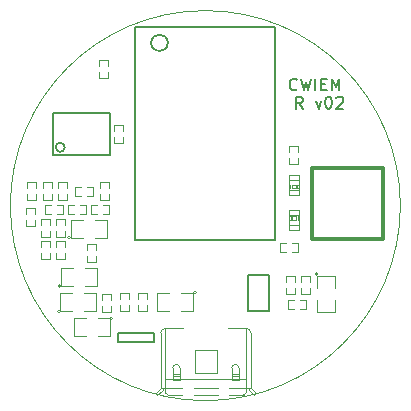
<source format=gto>
G04 (created by PCBNEW (2013-07-07 BZR 4022)-stable) date 2/27/2015 9:27:32 PM*
%MOIN*%
G04 Gerber Fmt 3.4, Leading zero omitted, Abs format*
%FSLAX34Y34*%
G01*
G70*
G90*
G04 APERTURE LIST*
%ADD10C,0.00590551*%
%ADD11C,0.006*%
%ADD12C,0.00393701*%
%ADD13C,0.008*%
%ADD14C,0.0118*%
%ADD15C,0.005*%
%ADD16C,0.0039*%
%ADD17C,0.0028*%
%ADD18C,0.0026*%
%ADD19C,0.004*%
%ADD20C,0.002*%
G04 APERTURE END LIST*
G54D10*
G54D11*
X81056Y-48120D02*
X81037Y-48139D01*
X80981Y-48158D01*
X80944Y-48158D01*
X80888Y-48139D01*
X80851Y-48102D01*
X80832Y-48065D01*
X80814Y-47990D01*
X80814Y-47934D01*
X80832Y-47860D01*
X80851Y-47823D01*
X80888Y-47786D01*
X80944Y-47767D01*
X80981Y-47767D01*
X81037Y-47786D01*
X81056Y-47804D01*
X81186Y-47767D02*
X81279Y-48158D01*
X81353Y-47879D01*
X81428Y-48158D01*
X81521Y-47767D01*
X81669Y-48158D02*
X81669Y-47767D01*
X81855Y-47953D02*
X81985Y-47953D01*
X82041Y-48158D02*
X81855Y-48158D01*
X81855Y-47767D01*
X82041Y-47767D01*
X82209Y-48158D02*
X82209Y-47767D01*
X82339Y-48046D01*
X82469Y-47767D01*
X82469Y-48158D01*
X81251Y-48764D02*
X81121Y-48578D01*
X81028Y-48764D02*
X81028Y-48374D01*
X81176Y-48374D01*
X81214Y-48392D01*
X81232Y-48411D01*
X81251Y-48448D01*
X81251Y-48504D01*
X81232Y-48541D01*
X81214Y-48560D01*
X81176Y-48578D01*
X81028Y-48578D01*
X81679Y-48504D02*
X81772Y-48764D01*
X81865Y-48504D01*
X82088Y-48374D02*
X82125Y-48374D01*
X82162Y-48392D01*
X82181Y-48411D01*
X82199Y-48448D01*
X82218Y-48523D01*
X82218Y-48616D01*
X82199Y-48690D01*
X82181Y-48727D01*
X82162Y-48746D01*
X82125Y-48764D01*
X82088Y-48764D01*
X82051Y-48746D01*
X82032Y-48727D01*
X82013Y-48690D01*
X81995Y-48616D01*
X81995Y-48523D01*
X82013Y-48448D01*
X82032Y-48411D01*
X82051Y-48392D01*
X82088Y-48374D01*
X82367Y-48411D02*
X82385Y-48392D01*
X82423Y-48374D01*
X82516Y-48374D01*
X82553Y-48392D01*
X82571Y-48411D01*
X82590Y-48448D01*
X82590Y-48485D01*
X82571Y-48541D01*
X82348Y-48764D01*
X82590Y-48764D01*
G54D12*
X84500Y-52000D02*
G75*
G03X84500Y-52000I-6500J0D01*
G74*
G01*
G54D13*
X72910Y-48905D02*
X74810Y-48905D01*
X74810Y-48905D02*
X74810Y-50305D01*
X74810Y-50305D02*
X72910Y-50305D01*
X72910Y-50305D02*
X72910Y-48905D01*
X73310Y-50055D02*
G75*
G03X73310Y-50055I-150J0D01*
G74*
G01*
G54D14*
X81561Y-53101D02*
X81561Y-50739D01*
X81561Y-50739D02*
X83923Y-50739D01*
X83923Y-50739D02*
X83923Y-53101D01*
X83923Y-53101D02*
X81561Y-53101D01*
G54D15*
X76300Y-56550D02*
X75100Y-56550D01*
X75100Y-56550D02*
X75100Y-56250D01*
X75100Y-56250D02*
X76300Y-56250D01*
X76300Y-56250D02*
X76300Y-56550D01*
X80135Y-55500D02*
X79435Y-55500D01*
X79435Y-55500D02*
X79435Y-54300D01*
X79435Y-54300D02*
X80135Y-54300D01*
X80135Y-54300D02*
X80135Y-55500D01*
G54D16*
X77700Y-54900D02*
G75*
G03X77700Y-54900I-50J0D01*
G74*
G01*
X77200Y-54900D02*
X77600Y-54900D01*
X77600Y-54900D02*
X77600Y-55500D01*
X77600Y-55500D02*
X77200Y-55500D01*
X76800Y-55500D02*
X76400Y-55500D01*
X76400Y-55500D02*
X76400Y-54900D01*
X76400Y-54900D02*
X76800Y-54900D01*
X73510Y-53070D02*
G75*
G03X73510Y-53070I-50J0D01*
G74*
G01*
X73910Y-53070D02*
X73510Y-53070D01*
X73510Y-53070D02*
X73510Y-52470D01*
X73510Y-52470D02*
X73910Y-52470D01*
X74310Y-52470D02*
X74710Y-52470D01*
X74710Y-52470D02*
X74710Y-53070D01*
X74710Y-53070D02*
X74310Y-53070D01*
X74905Y-55755D02*
G75*
G03X74905Y-55755I-50J0D01*
G74*
G01*
X74405Y-55755D02*
X74805Y-55755D01*
X74805Y-55755D02*
X74805Y-56355D01*
X74805Y-56355D02*
X74405Y-56355D01*
X74005Y-56355D02*
X73605Y-56355D01*
X73605Y-56355D02*
X73605Y-55755D01*
X73605Y-55755D02*
X74005Y-55755D01*
X73170Y-55515D02*
G75*
G03X73170Y-55515I-50J0D01*
G74*
G01*
X73570Y-55515D02*
X73170Y-55515D01*
X73170Y-55515D02*
X73170Y-54915D01*
X73170Y-54915D02*
X73570Y-54915D01*
X73970Y-54915D02*
X74370Y-54915D01*
X74370Y-54915D02*
X74370Y-55515D01*
X74370Y-55515D02*
X73970Y-55515D01*
X73180Y-54670D02*
G75*
G03X73180Y-54670I-50J0D01*
G74*
G01*
X73580Y-54670D02*
X73180Y-54670D01*
X73180Y-54670D02*
X73180Y-54070D01*
X73180Y-54070D02*
X73580Y-54070D01*
X73980Y-54070D02*
X74380Y-54070D01*
X74380Y-54070D02*
X74380Y-54670D01*
X74380Y-54670D02*
X73980Y-54670D01*
X81755Y-54280D02*
G75*
G03X81755Y-54280I-50J0D01*
G74*
G01*
X81705Y-54730D02*
X81705Y-54330D01*
X81705Y-54330D02*
X82305Y-54330D01*
X82305Y-54330D02*
X82305Y-54730D01*
X82305Y-55130D02*
X82305Y-55530D01*
X82305Y-55530D02*
X81705Y-55530D01*
X81705Y-55530D02*
X81705Y-55130D01*
G54D17*
X73320Y-52630D02*
X73320Y-52430D01*
X73320Y-52430D02*
X73020Y-52430D01*
X73020Y-52430D02*
X73020Y-52630D01*
X73320Y-52830D02*
X73320Y-53030D01*
X73320Y-53030D02*
X73020Y-53030D01*
X73020Y-53030D02*
X73020Y-52830D01*
X72810Y-52630D02*
X72810Y-52430D01*
X72810Y-52430D02*
X72510Y-52430D01*
X72510Y-52430D02*
X72510Y-52630D01*
X72810Y-52830D02*
X72810Y-53030D01*
X72810Y-53030D02*
X72510Y-53030D01*
X72510Y-53030D02*
X72510Y-52830D01*
X80985Y-54545D02*
X80985Y-54345D01*
X80985Y-54345D02*
X80685Y-54345D01*
X80685Y-54345D02*
X80685Y-54545D01*
X80985Y-54745D02*
X80985Y-54945D01*
X80985Y-54945D02*
X80685Y-54945D01*
X80685Y-54945D02*
X80685Y-54745D01*
X73390Y-51400D02*
X73390Y-51200D01*
X73390Y-51200D02*
X73090Y-51200D01*
X73090Y-51200D02*
X73090Y-51400D01*
X73390Y-51600D02*
X73390Y-51800D01*
X73390Y-51800D02*
X73090Y-51800D01*
X73090Y-51800D02*
X73090Y-51600D01*
X72310Y-52270D02*
X72310Y-52070D01*
X72310Y-52070D02*
X72010Y-52070D01*
X72010Y-52070D02*
X72010Y-52270D01*
X72310Y-52470D02*
X72310Y-52670D01*
X72310Y-52670D02*
X72010Y-52670D01*
X72010Y-52670D02*
X72010Y-52470D01*
X75450Y-55100D02*
X75450Y-54900D01*
X75450Y-54900D02*
X75150Y-54900D01*
X75150Y-54900D02*
X75150Y-55100D01*
X75450Y-55300D02*
X75450Y-55500D01*
X75450Y-55500D02*
X75150Y-55500D01*
X75150Y-55500D02*
X75150Y-55300D01*
X80945Y-55140D02*
X80745Y-55140D01*
X80745Y-55140D02*
X80745Y-55440D01*
X80745Y-55440D02*
X80945Y-55440D01*
X81145Y-55140D02*
X81345Y-55140D01*
X81345Y-55140D02*
X81345Y-55440D01*
X81345Y-55440D02*
X81145Y-55440D01*
X72880Y-51400D02*
X72880Y-51200D01*
X72880Y-51200D02*
X72580Y-51200D01*
X72580Y-51200D02*
X72580Y-51400D01*
X72880Y-51600D02*
X72880Y-51800D01*
X72880Y-51800D02*
X72580Y-51800D01*
X72580Y-51800D02*
X72580Y-51600D01*
X80900Y-53550D02*
X81100Y-53550D01*
X81100Y-53550D02*
X81100Y-53250D01*
X81100Y-53250D02*
X80900Y-53250D01*
X80700Y-53550D02*
X80500Y-53550D01*
X80500Y-53550D02*
X80500Y-53250D01*
X80500Y-53250D02*
X80700Y-53250D01*
X80800Y-50410D02*
X80800Y-50610D01*
X80800Y-50610D02*
X81100Y-50610D01*
X81100Y-50610D02*
X81100Y-50410D01*
X80800Y-50210D02*
X80800Y-50010D01*
X80800Y-50010D02*
X81100Y-50010D01*
X81100Y-50010D02*
X81100Y-50210D01*
X73820Y-52270D02*
X74020Y-52270D01*
X74020Y-52270D02*
X74020Y-51970D01*
X74020Y-51970D02*
X73820Y-51970D01*
X73620Y-52270D02*
X73420Y-52270D01*
X73420Y-52270D02*
X73420Y-51970D01*
X73420Y-51970D02*
X73620Y-51970D01*
X74375Y-51969D02*
X74175Y-51969D01*
X74175Y-51969D02*
X74175Y-52269D01*
X74175Y-52269D02*
X74375Y-52269D01*
X74575Y-51969D02*
X74775Y-51969D01*
X74775Y-51969D02*
X74775Y-52269D01*
X74775Y-52269D02*
X74575Y-52269D01*
X75750Y-55300D02*
X75750Y-55500D01*
X75750Y-55500D02*
X76050Y-55500D01*
X76050Y-55500D02*
X76050Y-55300D01*
X75750Y-55100D02*
X75750Y-54900D01*
X75750Y-54900D02*
X76050Y-54900D01*
X76050Y-54900D02*
X76050Y-55100D01*
X81495Y-54545D02*
X81495Y-54345D01*
X81495Y-54345D02*
X81195Y-54345D01*
X81195Y-54345D02*
X81195Y-54545D01*
X81495Y-54745D02*
X81495Y-54945D01*
X81495Y-54945D02*
X81195Y-54945D01*
X81195Y-54945D02*
X81195Y-54745D01*
X74570Y-55330D02*
X74570Y-55530D01*
X74570Y-55530D02*
X74870Y-55530D01*
X74870Y-55530D02*
X74870Y-55330D01*
X74570Y-55130D02*
X74570Y-54930D01*
X74570Y-54930D02*
X74870Y-54930D01*
X74870Y-54930D02*
X74870Y-55130D01*
X74778Y-51421D02*
X74778Y-51221D01*
X74778Y-51221D02*
X74478Y-51221D01*
X74478Y-51221D02*
X74478Y-51421D01*
X74778Y-51621D02*
X74778Y-51821D01*
X74778Y-51821D02*
X74478Y-51821D01*
X74478Y-51821D02*
X74478Y-51621D01*
X73844Y-51389D02*
X73644Y-51389D01*
X73644Y-51389D02*
X73644Y-51689D01*
X73644Y-51689D02*
X73844Y-51689D01*
X74044Y-51389D02*
X74244Y-51389D01*
X74244Y-51389D02*
X74244Y-51689D01*
X74244Y-51689D02*
X74044Y-51689D01*
X74350Y-53478D02*
X74350Y-53278D01*
X74350Y-53278D02*
X74050Y-53278D01*
X74050Y-53278D02*
X74050Y-53478D01*
X74350Y-53678D02*
X74350Y-53878D01*
X74350Y-53878D02*
X74050Y-53878D01*
X74050Y-53878D02*
X74050Y-53678D01*
X72341Y-51406D02*
X72341Y-51206D01*
X72341Y-51206D02*
X72041Y-51206D01*
X72041Y-51206D02*
X72041Y-51406D01*
X72341Y-51606D02*
X72341Y-51806D01*
X72341Y-51806D02*
X72041Y-51806D01*
X72041Y-51806D02*
X72041Y-51606D01*
X72520Y-53590D02*
X72520Y-53790D01*
X72520Y-53790D02*
X72820Y-53790D01*
X72820Y-53790D02*
X72820Y-53590D01*
X72520Y-53390D02*
X72520Y-53190D01*
X72520Y-53190D02*
X72820Y-53190D01*
X72820Y-53190D02*
X72820Y-53390D01*
X73020Y-53590D02*
X73020Y-53790D01*
X73020Y-53790D02*
X73320Y-53790D01*
X73320Y-53790D02*
X73320Y-53590D01*
X73020Y-53390D02*
X73020Y-53190D01*
X73020Y-53190D02*
X73320Y-53190D01*
X73320Y-53190D02*
X73320Y-53390D01*
X73040Y-52270D02*
X73240Y-52270D01*
X73240Y-52270D02*
X73240Y-51970D01*
X73240Y-51970D02*
X73040Y-51970D01*
X72840Y-52270D02*
X72640Y-52270D01*
X72640Y-52270D02*
X72640Y-51970D01*
X72640Y-51970D02*
X72840Y-51970D01*
X74445Y-47545D02*
X74445Y-47745D01*
X74445Y-47745D02*
X74745Y-47745D01*
X74745Y-47745D02*
X74745Y-47545D01*
X74445Y-47345D02*
X74445Y-47145D01*
X74445Y-47145D02*
X74745Y-47145D01*
X74745Y-47145D02*
X74745Y-47345D01*
X75260Y-49509D02*
X75260Y-49309D01*
X75260Y-49309D02*
X74960Y-49309D01*
X74960Y-49309D02*
X74960Y-49509D01*
X75260Y-49709D02*
X75260Y-49909D01*
X75260Y-49909D02*
X74960Y-49909D01*
X74960Y-49909D02*
X74960Y-49709D01*
G54D18*
X81127Y-51487D02*
X80773Y-51487D01*
X80773Y-51487D02*
X80773Y-51644D01*
X81127Y-51644D02*
X80773Y-51644D01*
X81127Y-51487D02*
X81127Y-51644D01*
X81127Y-50976D02*
X80773Y-50976D01*
X80773Y-50976D02*
X80773Y-51133D01*
X81127Y-51133D02*
X80773Y-51133D01*
X81127Y-50976D02*
X81127Y-51133D01*
X81127Y-51310D02*
X81068Y-51310D01*
X81068Y-51310D02*
X81068Y-51428D01*
X81127Y-51428D02*
X81068Y-51428D01*
X81127Y-51310D02*
X81127Y-51428D01*
X80832Y-51310D02*
X80773Y-51310D01*
X80773Y-51310D02*
X80773Y-51428D01*
X80832Y-51428D02*
X80773Y-51428D01*
X80832Y-51310D02*
X80832Y-51428D01*
X81009Y-51310D02*
X80891Y-51310D01*
X80891Y-51310D02*
X80891Y-51428D01*
X81009Y-51428D02*
X80891Y-51428D01*
X81009Y-51310D02*
X81009Y-51428D01*
G54D19*
X81107Y-51487D02*
X81107Y-51133D01*
X80793Y-51487D02*
X80793Y-51133D01*
G54D18*
X80783Y-52303D02*
X81137Y-52303D01*
X81137Y-52303D02*
X81137Y-52146D01*
X80783Y-52146D02*
X81137Y-52146D01*
X80783Y-52303D02*
X80783Y-52146D01*
X80783Y-52814D02*
X81137Y-52814D01*
X81137Y-52814D02*
X81137Y-52657D01*
X80783Y-52657D02*
X81137Y-52657D01*
X80783Y-52814D02*
X80783Y-52657D01*
X80783Y-52480D02*
X80842Y-52480D01*
X80842Y-52480D02*
X80842Y-52362D01*
X80783Y-52362D02*
X80842Y-52362D01*
X80783Y-52480D02*
X80783Y-52362D01*
X81078Y-52480D02*
X81137Y-52480D01*
X81137Y-52480D02*
X81137Y-52362D01*
X81078Y-52362D02*
X81137Y-52362D01*
X81078Y-52480D02*
X81078Y-52362D01*
X80901Y-52480D02*
X81019Y-52480D01*
X81019Y-52480D02*
X81019Y-52362D01*
X80901Y-52362D02*
X81019Y-52362D01*
X80901Y-52480D02*
X80901Y-52362D01*
G54D19*
X80803Y-52303D02*
X80803Y-52657D01*
X81117Y-52303D02*
X81117Y-52657D01*
G54D10*
X75662Y-46043D02*
X75662Y-53130D01*
X75662Y-53130D02*
X80308Y-53130D01*
X80308Y-46043D02*
X80308Y-53130D01*
X75662Y-46043D02*
X80308Y-46043D01*
X76748Y-46575D02*
G75*
G03X76748Y-46575I-278J0D01*
G74*
G01*
G54D20*
X79115Y-57412D02*
G75*
G03X78996Y-57293I-119J0D01*
G74*
G01*
X78996Y-57294D02*
G75*
G03X78878Y-57412I0J-118D01*
G74*
G01*
X77147Y-57412D02*
G75*
G03X77028Y-57293I-119J0D01*
G74*
G01*
X77028Y-57294D02*
G75*
G03X76910Y-57412I0J-118D01*
G74*
G01*
X79114Y-57825D02*
X79114Y-57412D01*
X78878Y-57825D02*
X78878Y-57412D01*
X77146Y-57825D02*
X77146Y-57412D01*
X76910Y-57825D02*
X76910Y-57412D01*
X78878Y-57628D02*
X79114Y-57628D01*
X76910Y-57628D02*
X77146Y-57628D01*
X78878Y-57667D02*
X79114Y-57667D01*
X76910Y-57667D02*
X77146Y-57667D01*
X78878Y-57825D02*
X79114Y-57825D01*
X76910Y-57825D02*
X77146Y-57825D01*
X79626Y-58317D02*
X79685Y-58258D01*
X79626Y-58317D02*
X79449Y-58140D01*
X79449Y-58140D02*
X79449Y-58081D01*
X76339Y-58258D02*
X76398Y-58317D01*
X76398Y-58317D02*
X76575Y-58140D01*
X76575Y-58140D02*
X76575Y-58081D01*
X79508Y-58081D02*
X79685Y-58258D01*
X76516Y-58081D02*
X76339Y-58258D01*
X78799Y-58081D02*
X79508Y-58081D01*
X77618Y-58081D02*
X78406Y-58081D01*
X76516Y-58081D02*
X77225Y-58081D01*
X76654Y-58199D02*
G75*
G03X76752Y-58297I98J0D01*
G74*
G01*
X79272Y-58297D02*
G75*
G03X79370Y-58199I0J98D01*
G74*
G01*
X78799Y-58297D02*
X79272Y-58297D01*
X77618Y-58297D02*
X78406Y-58297D01*
X76752Y-58297D02*
X77225Y-58297D01*
X79370Y-57766D02*
X79370Y-58199D01*
X76654Y-57766D02*
X76654Y-58199D01*
X76516Y-56230D02*
X76516Y-58081D01*
X79508Y-56230D02*
X79508Y-58081D01*
X76654Y-56092D02*
G75*
G03X76516Y-56230I0J-138D01*
G74*
G01*
X79507Y-56230D02*
G75*
G03X79370Y-56093I-137J0D01*
G74*
G01*
G54D16*
X76654Y-56093D02*
X77264Y-56093D01*
X79370Y-56093D02*
X78760Y-56093D01*
X76654Y-57766D02*
X76654Y-56093D01*
X79370Y-57766D02*
X79370Y-56093D01*
X76654Y-57766D02*
X79370Y-57766D01*
G54D20*
X77638Y-56821D02*
X78386Y-56821D01*
X78386Y-56821D02*
X78386Y-57569D01*
X78386Y-57569D02*
X77638Y-57569D01*
X77638Y-57569D02*
X77638Y-56821D01*
M02*

</source>
